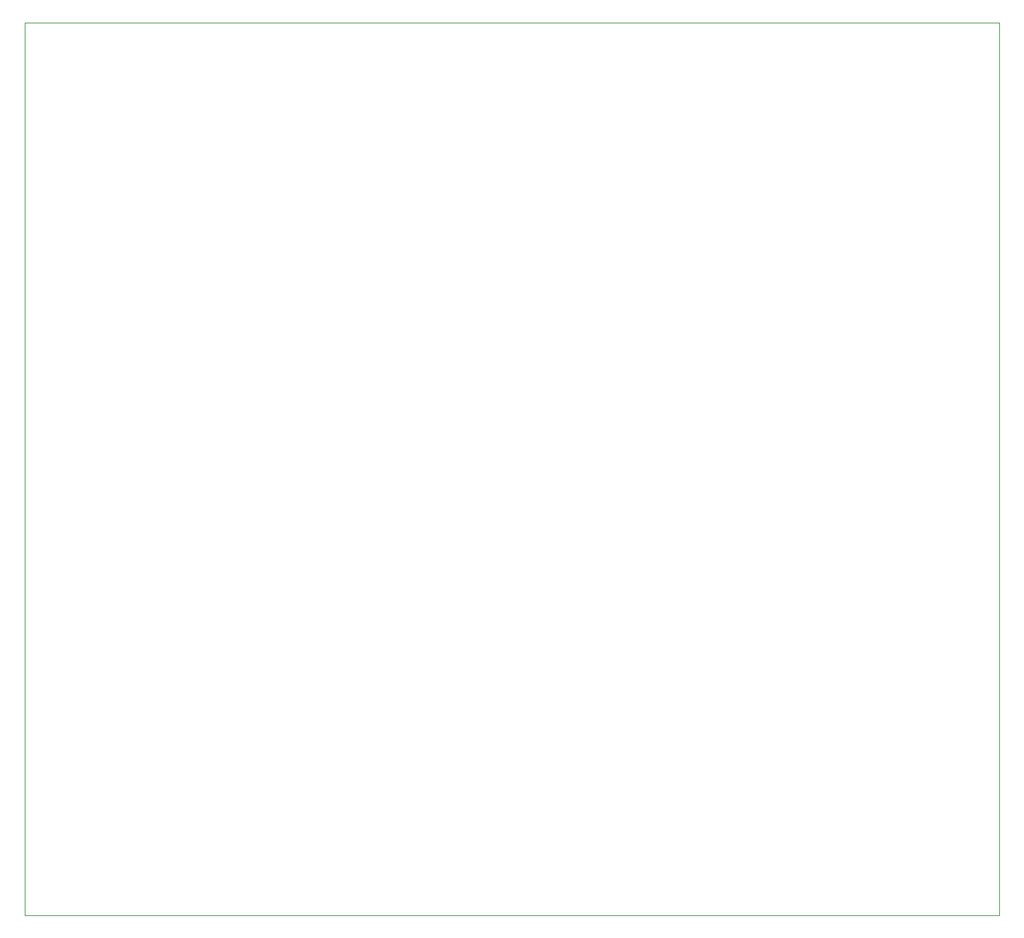
<source format=gm1>
G04 #@! TF.GenerationSoftware,KiCad,Pcbnew,(6.0.1)*
G04 #@! TF.CreationDate,2022-09-12T08:19:43+02:00*
G04 #@! TF.ProjectId,Drumbox,4472756d-626f-4782-9e6b-696361645f70,rev?*
G04 #@! TF.SameCoordinates,Original*
G04 #@! TF.FileFunction,Profile,NP*
%FSLAX46Y46*%
G04 Gerber Fmt 4.6, Leading zero omitted, Abs format (unit mm)*
G04 Created by KiCad (PCBNEW (6.0.1)) date 2022-09-12 08:19:43*
%MOMM*%
%LPD*%
G01*
G04 APERTURE LIST*
G04 #@! TA.AperFunction,Profile*
%ADD10C,0.050000*%
G04 #@! TD*
G04 APERTURE END LIST*
D10*
X73500000Y-31000000D02*
X193500000Y-31000000D01*
X193500000Y-31000000D02*
X193500001Y-141000000D01*
X73500000Y-31000000D02*
X73500000Y-141000000D01*
X73500000Y-141000000D02*
X193500001Y-141000000D01*
M02*

</source>
